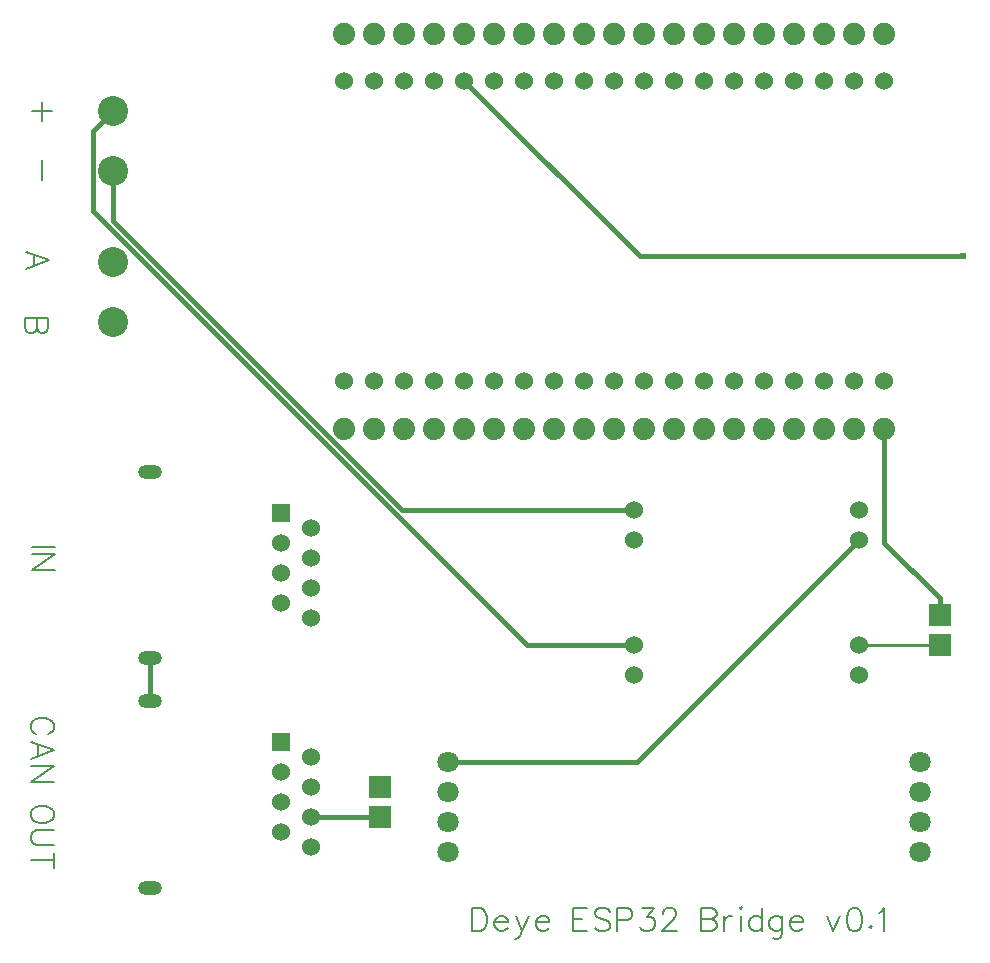
<source format=gtl>
G04 Layer: TopLayer*
G04 EasyEDA v6.5.22, 2023-01-11 09:16:23*
G04 b7ba764f11704334a16948ce3b62396a,f9ecfe7abe46434aadffdc01d2bfd918,10*
G04 Gerber Generator version 0.2*
G04 Scale: 100 percent, Rotated: No, Reflected: No *
G04 Dimensions in millimeters *
G04 leading zeros omitted , absolute positions ,4 integer and 5 decimal *
%FSLAX45Y45*%
%MOMM*%

%ADD10C,0.2032*%
%ADD11C,0.4000*%
%ADD12C,0.2540*%
%ADD13C,1.8000*%
%ADD14C,1.5240*%
%ADD15C,2.5400*%
%ADD16R,1.9304X1.9304*%
%ADD17C,1.8796*%
%ADD18R,1.5240X1.5240*%
%ADD19O,1.9999959999999999X1.1999976*%
%ADD20C,0.6100*%
%ADD21C,0.0123*%

%LPD*%
D10*
X235457Y8965692D02*
G01*
X235457Y8799576D01*
X152400Y8882634D02*
G01*
X318770Y8882634D01*
X233934Y8470900D02*
G01*
X233934Y8304529D01*
X293878Y7622286D02*
G01*
X100076Y7696200D01*
X293878Y7622286D02*
G01*
X100076Y7548371D01*
X164592Y7668513D02*
G01*
X164592Y7576058D01*
X281178Y7137400D02*
G01*
X87376Y7137400D01*
X281178Y7137400D02*
G01*
X281178Y7054342D01*
X272034Y7026655D01*
X262889Y7017258D01*
X244347Y7008113D01*
X225805Y7008113D01*
X207263Y7017258D01*
X198120Y7026655D01*
X188976Y7054342D01*
X188976Y7137400D02*
G01*
X188976Y7054342D01*
X179578Y7026655D01*
X170434Y7017258D01*
X151892Y7008113D01*
X124205Y7008113D01*
X105663Y7017258D01*
X96520Y7026655D01*
X87376Y7054342D01*
X87376Y7137400D01*
X344678Y5194300D02*
G01*
X150876Y5194300D01*
X344678Y5133339D02*
G01*
X150876Y5133339D01*
X344678Y5133339D02*
G01*
X150876Y5004054D01*
X344678Y5004054D02*
G01*
X150876Y5004054D01*
X285750Y3608070D02*
G01*
X304292Y3617213D01*
X322834Y3635755D01*
X331978Y3654044D01*
X331978Y3691128D01*
X322834Y3709670D01*
X304292Y3727957D01*
X285750Y3737355D01*
X258063Y3746500D01*
X212089Y3746500D01*
X184150Y3737355D01*
X165862Y3727957D01*
X147320Y3709670D01*
X138176Y3691128D01*
X138176Y3654044D01*
X147320Y3635755D01*
X165862Y3617213D01*
X184150Y3608070D01*
X331978Y3473195D02*
G01*
X138176Y3547110D01*
X331978Y3473195D02*
G01*
X138176Y3399281D01*
X202692Y3519170D02*
G01*
X202692Y3426968D01*
X331978Y3338321D02*
G01*
X138176Y3338321D01*
X331978Y3338321D02*
G01*
X138176Y3209036D01*
X331978Y3209036D02*
G01*
X138176Y3209036D01*
X331978Y2950210D02*
G01*
X322834Y2968752D01*
X304292Y2987294D01*
X285750Y2996437D01*
X258063Y3005836D01*
X212089Y3005836D01*
X184150Y2996437D01*
X165862Y2987294D01*
X147320Y2968752D01*
X138176Y2950210D01*
X138176Y2913379D01*
X147320Y2894837D01*
X165862Y2876550D01*
X184150Y2867152D01*
X212089Y2858007D01*
X258063Y2858007D01*
X285750Y2867152D01*
X304292Y2876550D01*
X322834Y2894837D01*
X331978Y2913379D01*
X331978Y2950210D01*
X331978Y2797047D02*
G01*
X193547Y2797047D01*
X165862Y2787650D01*
X147320Y2769362D01*
X138176Y2741676D01*
X138176Y2723134D01*
X147320Y2695447D01*
X165862Y2676905D01*
X193547Y2667762D01*
X331978Y2667762D01*
X331978Y2542031D02*
G01*
X138176Y2542031D01*
X331978Y2606802D02*
G01*
X331978Y2477515D01*
X3873500Y2135378D02*
G01*
X3873500Y1941576D01*
X3873500Y2135378D02*
G01*
X3938270Y2135378D01*
X3965956Y2126234D01*
X3984243Y2107692D01*
X3993641Y2089150D01*
X4002786Y2061463D01*
X4002786Y2015489D01*
X3993641Y1987550D01*
X3984243Y1969262D01*
X3965956Y1950720D01*
X3938270Y1941576D01*
X3873500Y1941576D01*
X4063745Y2015489D02*
G01*
X4174490Y2015489D01*
X4174490Y2033778D01*
X4165345Y2052320D01*
X4156202Y2061463D01*
X4137659Y2070862D01*
X4109974Y2070862D01*
X4091431Y2061463D01*
X4072890Y2043176D01*
X4063745Y2015489D01*
X4063745Y1996947D01*
X4072890Y1969262D01*
X4091431Y1950720D01*
X4109974Y1941576D01*
X4137659Y1941576D01*
X4156202Y1950720D01*
X4174490Y1969262D01*
X4244847Y2070862D02*
G01*
X4300220Y1941576D01*
X4355591Y2070862D02*
G01*
X4300220Y1941576D01*
X4281677Y1904492D01*
X4263390Y1885950D01*
X4244847Y1876805D01*
X4235450Y1876805D01*
X4416552Y2015489D02*
G01*
X4527550Y2015489D01*
X4527550Y2033778D01*
X4518152Y2052320D01*
X4509008Y2061463D01*
X4490465Y2070862D01*
X4462779Y2070862D01*
X4444238Y2061463D01*
X4425950Y2043176D01*
X4416552Y2015489D01*
X4416552Y1996947D01*
X4425950Y1969262D01*
X4444238Y1950720D01*
X4462779Y1941576D01*
X4490465Y1941576D01*
X4509008Y1950720D01*
X4527550Y1969262D01*
X4730750Y2135378D02*
G01*
X4730750Y1941576D01*
X4730750Y2135378D02*
G01*
X4850638Y2135378D01*
X4730750Y2043176D02*
G01*
X4804409Y2043176D01*
X4730750Y1941576D02*
G01*
X4850638Y1941576D01*
X5040884Y2107692D02*
G01*
X5022595Y2126234D01*
X4994909Y2135378D01*
X4957825Y2135378D01*
X4930140Y2126234D01*
X4911597Y2107692D01*
X4911597Y2089150D01*
X4920995Y2070862D01*
X4930140Y2061463D01*
X4948681Y2052320D01*
X5004054Y2033778D01*
X5022595Y2024634D01*
X5031740Y2015489D01*
X5040884Y1996947D01*
X5040884Y1969262D01*
X5022595Y1950720D01*
X4994909Y1941576D01*
X4957825Y1941576D01*
X4930140Y1950720D01*
X4911597Y1969262D01*
X5101843Y2135378D02*
G01*
X5101843Y1941576D01*
X5101843Y2135378D02*
G01*
X5185156Y2135378D01*
X5212841Y2126234D01*
X5221986Y2117089D01*
X5231129Y2098547D01*
X5231129Y2070862D01*
X5221986Y2052320D01*
X5212841Y2043176D01*
X5185156Y2033778D01*
X5101843Y2033778D01*
X5310631Y2135378D02*
G01*
X5412231Y2135378D01*
X5356859Y2061463D01*
X5384545Y2061463D01*
X5403088Y2052320D01*
X5412231Y2043176D01*
X5421629Y2015489D01*
X5421629Y1996947D01*
X5412231Y1969262D01*
X5393690Y1950720D01*
X5366004Y1941576D01*
X5338318Y1941576D01*
X5310631Y1950720D01*
X5301488Y1959863D01*
X5292090Y1978405D01*
X5491734Y2089150D02*
G01*
X5491734Y2098547D01*
X5500877Y2117089D01*
X5510275Y2126234D01*
X5528563Y2135378D01*
X5565647Y2135378D01*
X5584190Y2126234D01*
X5593334Y2117089D01*
X5602477Y2098547D01*
X5602477Y2080005D01*
X5593334Y2061463D01*
X5574791Y2033778D01*
X5482590Y1941576D01*
X5611875Y1941576D01*
X5815075Y2135378D02*
G01*
X5815075Y1941576D01*
X5815075Y2135378D02*
G01*
X5898134Y2135378D01*
X5925820Y2126234D01*
X5934963Y2117089D01*
X5944361Y2098547D01*
X5944361Y2080005D01*
X5934963Y2061463D01*
X5925820Y2052320D01*
X5898134Y2043176D01*
X5815075Y2043176D02*
G01*
X5898134Y2043176D01*
X5925820Y2033778D01*
X5934963Y2024634D01*
X5944361Y2006092D01*
X5944361Y1978405D01*
X5934963Y1959863D01*
X5925820Y1950720D01*
X5898134Y1941576D01*
X5815075Y1941576D01*
X6005322Y2070862D02*
G01*
X6005322Y1941576D01*
X6005322Y2015489D02*
G01*
X6014465Y2043176D01*
X6033008Y2061463D01*
X6051550Y2070862D01*
X6079236Y2070862D01*
X6140195Y2135378D02*
G01*
X6149340Y2126234D01*
X6158484Y2135378D01*
X6149340Y2144776D01*
X6140195Y2135378D01*
X6149340Y2070862D02*
G01*
X6149340Y1941576D01*
X6330441Y2135378D02*
G01*
X6330441Y1941576D01*
X6330441Y2043176D02*
G01*
X6311900Y2061463D01*
X6293358Y2070862D01*
X6265672Y2070862D01*
X6247129Y2061463D01*
X6228841Y2043176D01*
X6219443Y2015489D01*
X6219443Y1996947D01*
X6228841Y1969262D01*
X6247129Y1950720D01*
X6265672Y1941576D01*
X6293358Y1941576D01*
X6311900Y1950720D01*
X6330441Y1969262D01*
X6502145Y2070862D02*
G01*
X6502145Y1923034D01*
X6493002Y1895347D01*
X6483604Y1885950D01*
X6465315Y1876805D01*
X6437629Y1876805D01*
X6419088Y1885950D01*
X6502145Y2043176D02*
G01*
X6483604Y2061463D01*
X6465315Y2070862D01*
X6437629Y2070862D01*
X6419088Y2061463D01*
X6400545Y2043176D01*
X6391402Y2015489D01*
X6391402Y1996947D01*
X6400545Y1969262D01*
X6419088Y1950720D01*
X6437629Y1941576D01*
X6465315Y1941576D01*
X6483604Y1950720D01*
X6502145Y1969262D01*
X6563106Y2015489D02*
G01*
X6673850Y2015489D01*
X6673850Y2033778D01*
X6664706Y2052320D01*
X6655561Y2061463D01*
X6637020Y2070862D01*
X6609334Y2070862D01*
X6590791Y2061463D01*
X6572250Y2043176D01*
X6563106Y2015489D01*
X6563106Y1996947D01*
X6572250Y1969262D01*
X6590791Y1950720D01*
X6609334Y1941576D01*
X6637020Y1941576D01*
X6655561Y1950720D01*
X6673850Y1969262D01*
X6877050Y2070862D02*
G01*
X6932675Y1941576D01*
X6988047Y2070862D02*
G01*
X6932675Y1941576D01*
X7104379Y2135378D02*
G01*
X7076693Y2126234D01*
X7058152Y2098547D01*
X7049008Y2052320D01*
X7049008Y2024634D01*
X7058152Y1978405D01*
X7076693Y1950720D01*
X7104379Y1941576D01*
X7122922Y1941576D01*
X7150608Y1950720D01*
X7169150Y1978405D01*
X7178293Y2024634D01*
X7178293Y2052320D01*
X7169150Y2098547D01*
X7150608Y2126234D01*
X7122922Y2135378D01*
X7104379Y2135378D01*
X7248397Y1987550D02*
G01*
X7239254Y1978405D01*
X7248397Y1969262D01*
X7257795Y1978405D01*
X7248397Y1987550D01*
X7318756Y2098547D02*
G01*
X7337043Y2107692D01*
X7364729Y2135378D01*
X7364729Y1941576D01*
D11*
X2510790Y2908300D02*
G01*
X3098800Y2908300D01*
X1146810Y3888790D02*
G01*
X1146810Y4251909D01*
D12*
X7835900Y4368800D02*
G01*
X7150100Y4368800D01*
D11*
X7150100Y5257800D02*
G01*
X5269001Y3376701D01*
X3667099Y3376701D01*
X5245100Y5511800D02*
G01*
X3280765Y5511800D01*
X838200Y7954365D01*
X838200Y8382000D01*
X5245100Y4368800D02*
G01*
X4338853Y4368800D01*
X667715Y8039938D01*
X667715Y8719515D01*
X838200Y8890000D01*
X7835900Y4759350D02*
G01*
X7366000Y5229250D01*
X7366000Y6197600D01*
X7835900Y4622800D02*
G01*
X7835900Y4759350D01*
X3810000Y9144000D02*
G01*
X5294452Y7659547D01*
X8032597Y7659547D01*
D13*
G01*
X3667099Y3376701D03*
G01*
X3667099Y3122701D03*
G01*
X3667099Y2868701D03*
G01*
X3667099Y2614701D03*
G01*
X7667091Y3376701D03*
G01*
X7667091Y3122701D03*
G01*
X7667091Y2868701D03*
G01*
X7667091Y2614701D03*
D14*
G01*
X2794000Y6604000D03*
G01*
X3048000Y6604000D03*
G01*
X3302000Y6604000D03*
G01*
X3556000Y6604000D03*
G01*
X3810000Y6604000D03*
G01*
X4064000Y6604000D03*
G01*
X4318000Y6604000D03*
G01*
X4572000Y6604000D03*
G01*
X4826000Y6604000D03*
G01*
X5080000Y6604000D03*
G01*
X5334000Y6604000D03*
G01*
X5588000Y6604000D03*
G01*
X5842000Y6604000D03*
G01*
X6096000Y6604000D03*
G01*
X6350000Y6604000D03*
G01*
X6604000Y6604000D03*
G01*
X6858000Y6604000D03*
G01*
X7112000Y6604000D03*
G01*
X7366000Y6604000D03*
G01*
X7366000Y9144000D03*
G01*
X7112000Y9144000D03*
G01*
X6858000Y9144000D03*
G01*
X6604000Y9144000D03*
G01*
X6350000Y9144000D03*
G01*
X6096000Y9144000D03*
G01*
X5842000Y9144000D03*
G01*
X5588000Y9144000D03*
G01*
X5334000Y9144000D03*
G01*
X5080000Y9144000D03*
G01*
X4826000Y9144000D03*
G01*
X4572000Y9144000D03*
G01*
X4318000Y9144000D03*
G01*
X4064000Y9144000D03*
G01*
X3810000Y9144000D03*
G01*
X3556000Y9144000D03*
G01*
X3302000Y9144000D03*
G01*
X3048000Y9144000D03*
G01*
X2794000Y9144000D03*
D15*
G01*
X838200Y7607300D03*
G01*
X838200Y7099300D03*
G01*
X838200Y8890000D03*
G01*
X838200Y8382000D03*
D16*
G01*
X3098800Y3162300D03*
G01*
X3098800Y2908300D03*
D17*
G01*
X3048000Y9537700D03*
G01*
X3302000Y9537700D03*
G01*
X3556000Y9537700D03*
G01*
X2794000Y9537700D03*
G01*
X3810000Y9537700D03*
G01*
X4064000Y9537700D03*
G01*
X4318000Y9537700D03*
G01*
X4572000Y9537700D03*
G01*
X4826000Y9537700D03*
G01*
X5080000Y9537700D03*
G01*
X5334000Y9537700D03*
G01*
X5588000Y9537700D03*
G01*
X5842000Y9537700D03*
G01*
X6096000Y9537700D03*
G01*
X6350000Y9537700D03*
G01*
X6604000Y9537700D03*
G01*
X6858000Y9537700D03*
G01*
X7112000Y9537700D03*
G01*
X7366000Y9537700D03*
G01*
X3048000Y6197600D03*
G01*
X3302000Y6197600D03*
G01*
X3556000Y6197600D03*
G01*
X2794000Y6197600D03*
G01*
X3810000Y6197600D03*
G01*
X4064000Y6197600D03*
G01*
X4318000Y6197600D03*
G01*
X4572000Y6197600D03*
G01*
X4826000Y6197600D03*
G01*
X5080000Y6197600D03*
G01*
X5334000Y6197600D03*
G01*
X5588000Y6197600D03*
G01*
X5842000Y6197600D03*
G01*
X6096000Y6197600D03*
G01*
X6350000Y6197600D03*
G01*
X6604000Y6197600D03*
G01*
X6858000Y6197600D03*
G01*
X7112000Y6197600D03*
G01*
X7366000Y6197600D03*
D14*
G01*
X2510790Y4597400D03*
G01*
X2256790Y4724400D03*
G01*
X2510790Y4851400D03*
G01*
X2256790Y4978400D03*
G01*
X2510790Y5105400D03*
G01*
X2256790Y5232400D03*
G01*
X2510790Y5359400D03*
D18*
G01*
X2256790Y5486400D03*
D19*
G01*
X1146810Y4251909D03*
G01*
X1146810Y5831890D03*
D14*
G01*
X2510790Y2654300D03*
G01*
X2256790Y2781300D03*
G01*
X2510790Y2908300D03*
G01*
X2256790Y3035300D03*
G01*
X2510790Y3162300D03*
G01*
X2256790Y3289300D03*
G01*
X2510790Y3416300D03*
D18*
G01*
X2256790Y3543300D03*
D19*
G01*
X1146810Y2308809D03*
G01*
X1146810Y3888790D03*
D14*
G01*
X5245100Y5257800D03*
G01*
X5245100Y5511800D03*
G01*
X5245100Y4368800D03*
G01*
X5245100Y4114800D03*
G01*
X7150100Y5511800D03*
G01*
X7150100Y5257800D03*
G01*
X7150100Y4368800D03*
G01*
X7150100Y4114800D03*
D16*
G01*
X7835900Y4622800D03*
G01*
X7835900Y4368800D03*
D20*
G01*
X8032597Y7659547D03*
M02*

</source>
